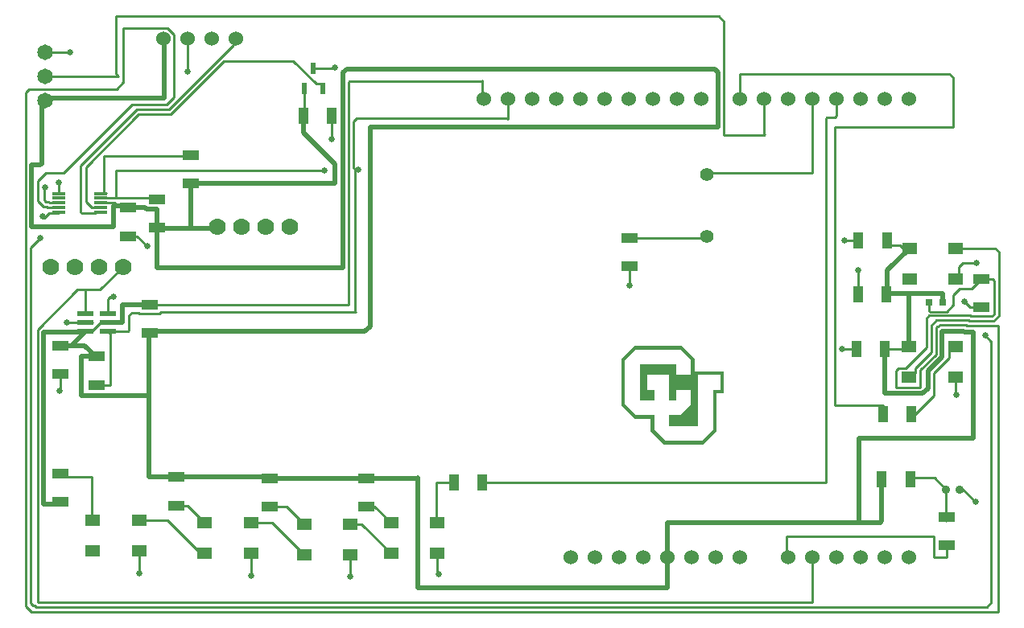
<source format=gtl>
G04*
G04 #@! TF.GenerationSoftware,Altium Limited,Altium Designer,21.6.4 (81)*
G04*
G04 Layer_Physical_Order=1*
G04 Layer_Color=255*
%FSLAX25Y25*%
%MOIN*%
G70*
G04*
G04 #@! TF.SameCoordinates,570C5102-FFD4-49C7-812D-166F0CB68569*
G04*
G04*
G04 #@! TF.FilePolarity,Positive*
G04*
G01*
G75*
%ADD13C,0.01000*%
%ADD15R,0.06200X0.04750*%
%ADD16R,0.07100X0.04400*%
%ADD17R,0.03150X0.03150*%
%ADD18R,0.04400X0.07100*%
G04:AMPARAMS|DCode=19|XSize=63.39mil|YSize=23.23mil|CornerRadius=2.9mil|HoleSize=0mil|Usage=FLASHONLY|Rotation=0.000|XOffset=0mil|YOffset=0mil|HoleType=Round|Shape=RoundedRectangle|*
%AMROUNDEDRECTD19*
21,1,0.06339,0.01742,0,0,0.0*
21,1,0.05758,0.02323,0,0,0.0*
1,1,0.00581,0.02879,-0.00871*
1,1,0.00581,-0.02879,-0.00871*
1,1,0.00581,-0.02879,0.00871*
1,1,0.00581,0.02879,0.00871*
%
%ADD19ROUNDEDRECTD19*%
%ADD20R,0.05709X0.01181*%
%ADD21R,0.05787X0.01181*%
G04:AMPARAMS|DCode=22|XSize=48.82mil|YSize=23.23mil|CornerRadius=5.81mil|HoleSize=0mil|Usage=FLASHONLY|Rotation=90.000|XOffset=0mil|YOffset=0mil|HoleType=Round|Shape=RoundedRectangle|*
%AMROUNDEDRECTD22*
21,1,0.04882,0.01161,0,0,90.0*
21,1,0.03720,0.02323,0,0,90.0*
1,1,0.01161,0.00581,0.01860*
1,1,0.01161,0.00581,-0.01860*
1,1,0.01161,-0.00581,-0.01860*
1,1,0.01161,-0.00581,0.01860*
%
%ADD22ROUNDEDRECTD22*%
%ADD37C,0.02000*%
%ADD38C,0.06000*%
%ADD39C,0.07000*%
%ADD40C,0.03543*%
%ADD41C,0.06496*%
%ADD42C,0.05543*%
%ADD43C,0.02500*%
G36*
X262199Y115807D02*
X275220D01*
Y115749D01*
X275279D01*
Y115691D01*
X275337D01*
Y115633D01*
X275395D01*
Y115575D01*
X275453D01*
Y115516D01*
X275511D01*
Y115458D01*
X275569D01*
Y115400D01*
X275627D01*
Y115342D01*
X275686D01*
Y115284D01*
X275744D01*
Y115226D01*
X275802D01*
Y115168D01*
X275860D01*
Y115110D01*
X275918D01*
Y115051D01*
X275976D01*
Y114993D01*
X276034D01*
Y114935D01*
X276093D01*
Y114877D01*
X276151D01*
Y114819D01*
X276209D01*
Y114761D01*
X276267D01*
Y114703D01*
X276325D01*
Y114645D01*
X276383D01*
Y114586D01*
X276441D01*
Y114528D01*
X276500D01*
Y114470D01*
X276558D01*
Y114412D01*
X276616D01*
Y114354D01*
X276674D01*
Y114296D01*
X276732D01*
Y114238D01*
X276790D01*
Y114180D01*
X276848D01*
Y114121D01*
X276906D01*
Y114063D01*
X276964D01*
Y114005D01*
X277023D01*
Y113947D01*
X277081D01*
Y113889D01*
X277139D01*
Y113831D01*
X277197D01*
Y113772D01*
X277255D01*
Y113714D01*
X277313D01*
Y113656D01*
X277372D01*
Y113598D01*
X277430D01*
Y113540D01*
X277488D01*
Y113482D01*
X277546D01*
Y113424D01*
X277604D01*
Y113366D01*
X277662D01*
Y113307D01*
X277720D01*
Y113249D01*
X277778D01*
Y113191D01*
X277836D01*
Y113133D01*
X277895D01*
Y113075D01*
X277953D01*
Y113017D01*
X278011D01*
Y112959D01*
X278069D01*
Y112900D01*
X278127D01*
Y112842D01*
X278185D01*
Y112784D01*
X278243D01*
Y112726D01*
X278302D01*
Y112668D01*
X278360D01*
Y112610D01*
X278418D01*
Y112552D01*
X278476D01*
Y112494D01*
X278534D01*
Y112435D01*
X278592D01*
Y112377D01*
X278650D01*
Y112319D01*
X278709D01*
Y112261D01*
X278767D01*
Y112203D01*
X278825D01*
Y112145D01*
X278883D01*
Y112087D01*
X278941D01*
Y112029D01*
X278999D01*
Y111970D01*
X279057D01*
Y111912D01*
X279116D01*
Y111854D01*
X279174D01*
Y111796D01*
X279232D01*
Y111738D01*
X279290D01*
Y111680D01*
X279348D01*
Y111622D01*
X279406D01*
Y111564D01*
X279464D01*
Y111505D01*
X279522D01*
Y111447D01*
X279580D01*
Y111389D01*
X279639D01*
Y111331D01*
X279697D01*
Y111273D01*
X279755D01*
Y111215D01*
X279813D01*
Y111156D01*
X279871D01*
Y111098D01*
X279929D01*
Y111040D01*
X279988D01*
Y110982D01*
X280046D01*
Y110924D01*
X280104D01*
Y110866D01*
X280162D01*
Y110808D01*
X280220D01*
Y110750D01*
X280278D01*
Y110691D01*
X280336D01*
Y110633D01*
X280394D01*
Y110575D01*
X280452D01*
Y110517D01*
X280511D01*
Y110459D01*
X280569D01*
Y110401D01*
X280627D01*
Y105227D01*
X292719D01*
Y96100D01*
X289754D01*
Y80288D01*
X289696D01*
Y80230D01*
X289638D01*
Y80172D01*
X289580D01*
Y80113D01*
X289521D01*
Y80055D01*
X289463D01*
Y79997D01*
X289405D01*
Y79939D01*
X289347D01*
Y79881D01*
X289289D01*
Y79823D01*
X289231D01*
Y79764D01*
X289173D01*
Y79706D01*
X289114D01*
Y79648D01*
X289056D01*
Y79590D01*
X288998D01*
Y79532D01*
X288940D01*
Y79474D01*
X288882D01*
Y79416D01*
X288824D01*
Y79358D01*
X288766D01*
Y79299D01*
X288707D01*
Y79241D01*
X288649D01*
Y79183D01*
X288591D01*
Y79125D01*
X288533D01*
Y79067D01*
X288475D01*
Y79009D01*
X288417D01*
Y78951D01*
X288359D01*
Y78892D01*
X288300D01*
Y78834D01*
X288242D01*
Y78776D01*
X288184D01*
Y78718D01*
X288126D01*
Y78660D01*
X288068D01*
Y78602D01*
X288010D01*
Y78544D01*
X287952D01*
Y78486D01*
X287894D01*
Y78427D01*
X287836D01*
Y78369D01*
X287777D01*
Y78311D01*
X287719D01*
Y78253D01*
X287661D01*
Y78195D01*
X287603D01*
Y78137D01*
X287545D01*
Y78079D01*
X287487D01*
Y78021D01*
X287428D01*
Y77962D01*
X287370D01*
Y77904D01*
X287312D01*
Y77846D01*
X287254D01*
Y77788D01*
X287196D01*
Y77730D01*
X287138D01*
Y77672D01*
X287080D01*
Y77614D01*
X287022D01*
Y77556D01*
X286964D01*
Y77497D01*
X286905D01*
Y77439D01*
X286847D01*
Y77381D01*
X286789D01*
Y77323D01*
X286731D01*
Y77265D01*
X286673D01*
Y77207D01*
X286615D01*
Y77148D01*
X286557D01*
Y77090D01*
X286498D01*
Y77032D01*
X286440D01*
Y76974D01*
X286382D01*
Y76916D01*
X286324D01*
Y76858D01*
X286266D01*
Y76800D01*
X286208D01*
Y76742D01*
X286150D01*
Y76683D01*
X286091D01*
Y76625D01*
X285975D01*
Y76567D01*
X285917D01*
Y76509D01*
X285859D01*
Y76451D01*
X285801D01*
Y76393D01*
X285743D01*
Y76335D01*
X285684D01*
Y76276D01*
X285626D01*
Y76218D01*
X285568D01*
Y76160D01*
X285510D01*
Y76102D01*
X285452D01*
Y76044D01*
X285394D01*
Y75986D01*
X285336D01*
Y75928D01*
X285278D01*
Y75870D01*
X285220D01*
Y75811D01*
X285161D01*
Y75753D01*
X285103D01*
Y75695D01*
X285045D01*
Y75637D01*
X284987D01*
Y75579D01*
X284929D01*
Y75521D01*
X284871D01*
Y75463D01*
X284812D01*
Y75405D01*
X284754D01*
Y75346D01*
X284696D01*
Y75288D01*
X284638D01*
Y75230D01*
X284580D01*
Y75172D01*
X284522D01*
Y75114D01*
X284464D01*
Y75056D01*
X284406D01*
Y74998D01*
X284348D01*
Y74940D01*
X284289D01*
Y74881D01*
X267838D01*
Y74940D01*
X267779D01*
Y74998D01*
X267721D01*
Y75056D01*
X267663D01*
Y75114D01*
X267605D01*
Y75172D01*
X267547D01*
Y75230D01*
X267489D01*
Y75288D01*
X267431D01*
Y75346D01*
X267372D01*
Y75405D01*
X267314D01*
Y75463D01*
X267256D01*
Y75521D01*
X267198D01*
Y75579D01*
X267140D01*
Y75637D01*
X267082D01*
Y75695D01*
X267024D01*
Y75753D01*
X266966D01*
Y75811D01*
X266908D01*
Y75870D01*
X266849D01*
Y75928D01*
X266791D01*
Y75986D01*
X266733D01*
Y76044D01*
X266675D01*
Y76102D01*
X266617D01*
Y76160D01*
X266559D01*
Y76218D01*
X266500D01*
Y76276D01*
X266442D01*
Y76335D01*
X266384D01*
Y76393D01*
X266326D01*
Y76451D01*
X266268D01*
Y76509D01*
X266152D01*
Y76567D01*
X266094D01*
Y76625D01*
X266036D01*
Y76683D01*
X265977D01*
Y76742D01*
X265919D01*
Y76800D01*
X265861D01*
Y76858D01*
X265803D01*
Y76916D01*
X265745D01*
Y76974D01*
X265687D01*
Y77032D01*
X265629D01*
Y77090D01*
X265570D01*
Y77148D01*
X265512D01*
Y77207D01*
X265454D01*
Y77265D01*
X265396D01*
Y77323D01*
X265338D01*
Y77381D01*
X265280D01*
Y77439D01*
X265222D01*
Y77497D01*
X265163D01*
Y77556D01*
X265105D01*
Y77614D01*
X265047D01*
Y77672D01*
X264989D01*
Y77730D01*
X264931D01*
Y77788D01*
X264873D01*
Y77846D01*
X264815D01*
Y77904D01*
X264756D01*
Y77962D01*
X264698D01*
Y78021D01*
X264640D01*
Y78079D01*
X264582D01*
Y78137D01*
X264524D01*
Y78195D01*
X264466D01*
Y78253D01*
X264408D01*
Y78311D01*
X264350D01*
Y78369D01*
X264292D01*
Y78427D01*
X264233D01*
Y78486D01*
X264175D01*
Y78544D01*
X264117D01*
Y78602D01*
X264059D01*
Y78660D01*
X264001D01*
Y78718D01*
X263943D01*
Y78776D01*
X263884D01*
Y78834D01*
X263826D01*
Y78892D01*
X263768D01*
Y78951D01*
X263710D01*
Y79009D01*
X263652D01*
Y79067D01*
X263594D01*
Y79125D01*
X263536D01*
Y79183D01*
X263478D01*
Y79241D01*
X263420D01*
Y79299D01*
X263361D01*
Y79358D01*
X263303D01*
Y79416D01*
X263245D01*
Y79474D01*
X263187D01*
Y79532D01*
X263129D01*
Y79590D01*
X263071D01*
Y79648D01*
X263013D01*
Y79706D01*
X262954D01*
Y79764D01*
X262896D01*
Y79823D01*
X262838D01*
Y79881D01*
X262780D01*
Y79939D01*
X262722D01*
Y79997D01*
X262664D01*
Y80055D01*
X262606D01*
Y80113D01*
X262547D01*
Y80172D01*
X262489D01*
Y80230D01*
X262431D01*
Y80288D01*
X262373D01*
Y85462D01*
X255688D01*
Y85520D01*
X255630D01*
Y85578D01*
X255572D01*
Y85636D01*
X255513D01*
Y85694D01*
X255455D01*
Y85752D01*
X255397D01*
Y85810D01*
X255339D01*
Y85869D01*
X255281D01*
Y85927D01*
X255223D01*
Y85985D01*
X255165D01*
Y86043D01*
X255106D01*
Y86101D01*
X255048D01*
Y86159D01*
X254990D01*
Y86217D01*
X254932D01*
Y86276D01*
X254874D01*
Y86334D01*
X254816D01*
Y86392D01*
X254758D01*
Y86450D01*
X254699D01*
Y86508D01*
X254641D01*
Y86566D01*
X254583D01*
Y86624D01*
X254525D01*
Y86682D01*
X254467D01*
Y86740D01*
X254409D01*
Y86799D01*
X254351D01*
Y86857D01*
X254292D01*
Y86915D01*
X254234D01*
Y86973D01*
X254176D01*
Y87031D01*
X254118D01*
Y87089D01*
X254060D01*
Y87147D01*
X254002D01*
Y87206D01*
X253944D01*
Y87264D01*
X253886D01*
Y87322D01*
X253828D01*
Y87380D01*
X253769D01*
Y87438D01*
X253711D01*
Y87496D01*
X253653D01*
Y87554D01*
X253595D01*
Y87612D01*
X253537D01*
Y87671D01*
X253479D01*
Y87729D01*
X253420D01*
Y87787D01*
X253362D01*
Y87845D01*
X253304D01*
Y87903D01*
X253246D01*
Y87961D01*
X253188D01*
Y88020D01*
X253130D01*
Y88078D01*
X253072D01*
Y88136D01*
X253014D01*
Y88194D01*
X252956D01*
Y88252D01*
X252897D01*
Y88310D01*
X252839D01*
Y88368D01*
X252781D01*
Y88426D01*
X252723D01*
Y88485D01*
X252665D01*
Y88543D01*
X252607D01*
Y88601D01*
X252549D01*
Y88659D01*
X252490D01*
Y88717D01*
X252432D01*
Y88775D01*
X252374D01*
Y88833D01*
X252316D01*
Y88892D01*
X252258D01*
Y88950D01*
X252200D01*
Y89008D01*
X252142D01*
Y89066D01*
X252083D01*
Y89124D01*
X252025D01*
Y89182D01*
X251967D01*
Y89240D01*
X251909D01*
Y89298D01*
X251851D01*
Y89356D01*
X251793D01*
Y89415D01*
X251735D01*
Y89473D01*
X251677D01*
Y89531D01*
X251618D01*
Y89589D01*
X251560D01*
Y89647D01*
X251502D01*
Y89705D01*
X251444D01*
Y89763D01*
X251386D01*
Y89822D01*
X251328D01*
Y89880D01*
X251270D01*
Y89938D01*
X251212D01*
Y89996D01*
X251153D01*
Y90054D01*
X251095D01*
Y90112D01*
X251037D01*
Y90170D01*
X250979D01*
Y90228D01*
X250921D01*
Y90287D01*
X250863D01*
Y90345D01*
X250804D01*
Y90403D01*
X250746D01*
Y90461D01*
X250688D01*
Y90519D01*
X250630D01*
Y90577D01*
X250572D01*
Y90636D01*
X250514D01*
Y90694D01*
X250456D01*
Y90752D01*
X250398D01*
Y90810D01*
X250340D01*
Y90868D01*
X250281D01*
Y110401D01*
X250340D01*
Y110459D01*
X250398D01*
Y110517D01*
X250456D01*
Y110575D01*
X250514D01*
Y110633D01*
X250572D01*
Y110691D01*
X250630D01*
Y110750D01*
X250688D01*
Y110808D01*
X250746D01*
Y110866D01*
X250804D01*
Y110924D01*
X250863D01*
Y110982D01*
X250921D01*
Y111040D01*
X250979D01*
Y111098D01*
X251037D01*
Y111156D01*
X251095D01*
Y111215D01*
X251153D01*
Y111273D01*
X251212D01*
Y111331D01*
X251270D01*
Y111389D01*
X251328D01*
Y111447D01*
X251386D01*
Y111505D01*
X251444D01*
Y111564D01*
X251502D01*
Y111622D01*
X251560D01*
Y111680D01*
X251618D01*
Y111738D01*
X251677D01*
Y111796D01*
X251735D01*
Y111854D01*
X251793D01*
Y111912D01*
X251851D01*
Y111970D01*
X251909D01*
Y112029D01*
X251967D01*
Y112087D01*
X252025D01*
Y112145D01*
X252083D01*
Y112203D01*
X252142D01*
Y112261D01*
X252200D01*
Y112319D01*
X252258D01*
Y112377D01*
X252316D01*
Y112435D01*
X252374D01*
Y112494D01*
X252432D01*
Y112552D01*
X252490D01*
Y112610D01*
X252549D01*
Y112668D01*
X252607D01*
Y112726D01*
X252665D01*
Y112784D01*
X252723D01*
Y112842D01*
X252781D01*
Y112900D01*
X252839D01*
Y112959D01*
X252897D01*
Y113017D01*
X252956D01*
Y113075D01*
X253014D01*
Y113133D01*
X253072D01*
Y113191D01*
X253130D01*
Y113249D01*
X253188D01*
Y113307D01*
X253246D01*
Y113366D01*
X253304D01*
Y113424D01*
X253362D01*
Y113482D01*
X253420D01*
Y113540D01*
X253479D01*
Y113598D01*
X253537D01*
Y113656D01*
X253595D01*
Y113714D01*
X253653D01*
Y113772D01*
X253711D01*
Y113831D01*
X253769D01*
Y113889D01*
X253828D01*
Y113947D01*
X253886D01*
Y114005D01*
X253944D01*
Y114063D01*
X254002D01*
Y114121D01*
X254060D01*
Y114180D01*
X254118D01*
Y114238D01*
X254176D01*
Y114296D01*
X254234D01*
Y114354D01*
X254292D01*
Y114412D01*
X254351D01*
Y114470D01*
X254409D01*
Y114528D01*
X254467D01*
Y114586D01*
X254525D01*
Y114645D01*
X254583D01*
Y114703D01*
X254641D01*
Y114761D01*
X254699D01*
Y114819D01*
X254758D01*
Y114877D01*
X254816D01*
Y114935D01*
X254874D01*
Y114993D01*
X254932D01*
Y115051D01*
X254990D01*
Y115110D01*
X255048D01*
Y115168D01*
X255106D01*
Y115226D01*
X255165D01*
Y115284D01*
X255223D01*
Y115342D01*
X255281D01*
Y115400D01*
X255339D01*
Y115458D01*
X255397D01*
Y115516D01*
X255455D01*
Y115575D01*
X255513D01*
Y115633D01*
X255572D01*
Y115691D01*
X255630D01*
Y115749D01*
X255688D01*
Y115807D01*
X262140D01*
X262199D01*
D02*
G37*
%LPC*%
G36*
X251793Y93019D02*
Y91508D01*
X251851D01*
Y91449D01*
X251909D01*
Y91391D01*
X251967D01*
Y91333D01*
X252025D01*
Y91275D01*
X252083D01*
Y91217D01*
X252142D01*
Y91159D01*
X252200D01*
Y91101D01*
X252258D01*
Y91042D01*
X252316D01*
Y90984D01*
X252374D01*
Y90926D01*
X252432D01*
Y90868D01*
X252490D01*
Y90810D01*
X252549D01*
Y90752D01*
X252607D01*
Y90694D01*
X252665D01*
Y90636D01*
X252723D01*
Y90577D01*
X252781D01*
Y90519D01*
X252839D01*
Y90461D01*
X252897D01*
Y90403D01*
X252956D01*
Y90345D01*
X253014D01*
Y90287D01*
X253072D01*
Y90228D01*
X253130D01*
Y90170D01*
X253188D01*
Y90112D01*
X253246D01*
Y90054D01*
X253304D01*
Y89996D01*
X253362D01*
Y89938D01*
X253420D01*
Y89880D01*
X253479D01*
Y89822D01*
X253537D01*
Y89763D01*
X253595D01*
Y89705D01*
X253653D01*
Y89647D01*
X253711D01*
Y89589D01*
X253769D01*
Y89531D01*
X253828D01*
Y89473D01*
X253886D01*
Y89415D01*
X253944D01*
Y89356D01*
X254002D01*
Y89298D01*
X254060D01*
Y89240D01*
X254118D01*
Y89182D01*
X254176D01*
Y89124D01*
X254234D01*
Y89066D01*
X254292D01*
Y89008D01*
X254351D01*
Y88950D01*
X254409D01*
Y88892D01*
X254467D01*
Y88833D01*
X254525D01*
Y88775D01*
X254583D01*
Y88717D01*
X254641D01*
Y88659D01*
X254699D01*
Y88601D01*
X254758D01*
Y88543D01*
X254816D01*
Y88485D01*
X254874D01*
Y88426D01*
X254932D01*
Y88368D01*
X254990D01*
Y88310D01*
X255048D01*
Y88252D01*
X255106D01*
Y88194D01*
X255165D01*
Y88136D01*
X255223D01*
Y88078D01*
X255281D01*
Y88020D01*
X255339D01*
Y87961D01*
X255397D01*
Y87903D01*
X255455D01*
Y87845D01*
X255513D01*
Y87787D01*
X255572D01*
Y87729D01*
X255630D01*
Y87671D01*
X255688D01*
Y87612D01*
X255746D01*
Y87554D01*
X255804D01*
Y87496D01*
X255862D01*
Y87438D01*
X255920D01*
Y87380D01*
X255978D01*
Y87322D01*
X256036D01*
Y87264D01*
X256095D01*
Y87206D01*
X256153D01*
Y87147D01*
X256211D01*
Y87089D01*
X256269D01*
Y87031D01*
X256327D01*
Y86973D01*
X263884D01*
Y80927D01*
X263943D01*
Y80869D01*
X264001D01*
Y80811D01*
X264059D01*
Y80753D01*
X264117D01*
Y80695D01*
X264175D01*
Y80637D01*
X264233D01*
Y80578D01*
X264292D01*
Y80520D01*
X264350D01*
Y80462D01*
X264408D01*
Y80404D01*
X264466D01*
Y80346D01*
X264524D01*
Y80288D01*
X264582D01*
Y80230D01*
X264640D01*
Y80172D01*
X264698D01*
Y80113D01*
X264756D01*
Y80055D01*
X264815D01*
Y79997D01*
X264873D01*
Y79939D01*
X264931D01*
Y79881D01*
X264989D01*
Y79823D01*
X265047D01*
Y79764D01*
X265105D01*
Y79706D01*
X265163D01*
Y79648D01*
X265222D01*
Y79590D01*
X265280D01*
Y79532D01*
X265338D01*
Y79474D01*
X265396D01*
Y79416D01*
X265454D01*
Y79358D01*
X265512D01*
Y79299D01*
X265570D01*
Y79241D01*
X265629D01*
Y79183D01*
X265687D01*
Y79125D01*
X265745D01*
Y79067D01*
X265803D01*
Y79009D01*
X265861D01*
Y78951D01*
X265919D01*
Y78892D01*
X265977D01*
Y78834D01*
X266036D01*
Y78776D01*
X266094D01*
Y78718D01*
X266152D01*
Y78660D01*
X266210D01*
Y78602D01*
X266268D01*
Y78544D01*
X266326D01*
Y78486D01*
X266384D01*
Y78427D01*
X266442D01*
Y78369D01*
X266500D01*
Y78311D01*
X266559D01*
Y78253D01*
X266617D01*
Y78195D01*
X266675D01*
Y78137D01*
X266733D01*
Y78079D01*
X266791D01*
Y78021D01*
X266849D01*
Y77962D01*
X266908D01*
Y77904D01*
X266966D01*
Y77846D01*
X267024D01*
Y77788D01*
X267082D01*
Y77730D01*
X267140D01*
Y77672D01*
X267198D01*
Y77614D01*
X267256D01*
Y77556D01*
X267314D01*
Y77497D01*
X267372D01*
Y77439D01*
X267431D01*
Y77381D01*
X267489D01*
Y77323D01*
X267547D01*
Y77265D01*
X267663D01*
Y77207D01*
X267721D01*
Y77148D01*
X267779D01*
Y77090D01*
X267838D01*
Y77032D01*
X267896D01*
Y76974D01*
X267954D01*
Y76916D01*
X268012D01*
Y76858D01*
X268070D01*
Y76800D01*
X268128D01*
Y76742D01*
X268186D01*
Y76683D01*
X268245D01*
Y76625D01*
X268303D01*
Y76567D01*
X268361D01*
Y76509D01*
X268419D01*
Y76451D01*
X268477D01*
Y76393D01*
X283650D01*
Y76451D01*
X283708D01*
Y76509D01*
X283766D01*
Y76567D01*
X283824D01*
Y76625D01*
X283882D01*
Y76683D01*
X283941D01*
Y76742D01*
X283999D01*
Y76800D01*
X284057D01*
Y76858D01*
X284115D01*
Y76916D01*
X284173D01*
Y76974D01*
X284231D01*
Y77032D01*
X284289D01*
Y77090D01*
X284348D01*
Y77148D01*
X284406D01*
Y77207D01*
X284464D01*
Y77265D01*
X284522D01*
Y77323D01*
X284580D01*
Y77381D01*
X284696D01*
Y77439D01*
X284754D01*
Y77497D01*
X284812D01*
Y77556D01*
X284871D01*
Y77614D01*
X284929D01*
Y77672D01*
X284987D01*
Y77730D01*
X285045D01*
Y77788D01*
X285103D01*
Y77846D01*
X285161D01*
Y77904D01*
X285220D01*
Y77962D01*
X285278D01*
Y78021D01*
X285336D01*
Y78079D01*
X285394D01*
Y78137D01*
X285452D01*
Y78195D01*
X285510D01*
Y78253D01*
X285568D01*
Y78311D01*
X285626D01*
Y78369D01*
X285684D01*
Y78427D01*
X285743D01*
Y78486D01*
X285801D01*
Y78544D01*
X285859D01*
Y78602D01*
X285917D01*
Y78660D01*
X285975D01*
Y78718D01*
X286033D01*
Y78776D01*
X286091D01*
Y78834D01*
X286150D01*
Y78892D01*
X286208D01*
Y78951D01*
X286266D01*
Y79009D01*
X286324D01*
Y79067D01*
X286382D01*
Y79125D01*
X286440D01*
Y79183D01*
X286498D01*
Y79241D01*
X286557D01*
Y79299D01*
X286615D01*
Y79358D01*
X286673D01*
Y79416D01*
X286731D01*
Y79474D01*
X286789D01*
Y79532D01*
X286847D01*
Y79590D01*
X286905D01*
Y79648D01*
X286964D01*
Y79706D01*
X287022D01*
Y79764D01*
X287080D01*
Y79823D01*
X287138D01*
Y79881D01*
X287196D01*
Y79939D01*
X287254D01*
Y79997D01*
X287312D01*
Y80055D01*
X287370D01*
Y80113D01*
X287428D01*
Y80172D01*
X287487D01*
Y80230D01*
X287545D01*
Y80288D01*
X287603D01*
Y80346D01*
X287661D01*
Y80404D01*
X287719D01*
Y80462D01*
X287777D01*
Y80520D01*
X287836D01*
Y80578D01*
X287894D01*
Y80637D01*
X287952D01*
Y80695D01*
X288010D01*
Y80753D01*
X288068D01*
Y80811D01*
X288126D01*
Y80869D01*
X288184D01*
Y80927D01*
X288242D01*
Y97611D01*
X291207D01*
Y103716D01*
X282080D01*
Y82497D01*
X269988D01*
Y86973D01*
X274581D01*
Y87031D01*
X274639D01*
Y87089D01*
X274697D01*
Y87147D01*
X274756D01*
Y87206D01*
X274814D01*
Y87264D01*
X274872D01*
Y87322D01*
X274930D01*
Y87380D01*
X274988D01*
Y87438D01*
X275046D01*
Y87496D01*
X275104D01*
Y87554D01*
X275162D01*
Y87612D01*
X275220D01*
Y87671D01*
X275279D01*
Y87729D01*
X275337D01*
Y87787D01*
X275395D01*
Y87845D01*
X275453D01*
Y87903D01*
X275511D01*
Y87961D01*
X275569D01*
Y88020D01*
X275627D01*
Y88078D01*
X275686D01*
Y88136D01*
X275744D01*
Y88194D01*
X275802D01*
Y88252D01*
X275860D01*
Y88310D01*
X275918D01*
Y88368D01*
X275976D01*
Y88426D01*
X276034D01*
Y88485D01*
X276093D01*
Y88543D01*
X276151D01*
Y88601D01*
X276209D01*
Y88659D01*
X276267D01*
Y88717D01*
X276325D01*
Y88775D01*
X276383D01*
Y88833D01*
X276441D01*
Y88892D01*
X276500D01*
Y88950D01*
X276558D01*
Y89008D01*
X276616D01*
Y89066D01*
X276674D01*
Y89124D01*
X276732D01*
Y89182D01*
X276790D01*
Y89240D01*
X276848D01*
Y89298D01*
X276906D01*
Y89356D01*
X276964D01*
Y89415D01*
X277023D01*
Y89473D01*
X277081D01*
Y89531D01*
X277139D01*
Y89589D01*
X277197D01*
Y89647D01*
X277255D01*
Y89705D01*
X277313D01*
Y89763D01*
X277372D01*
Y89822D01*
X277430D01*
Y89880D01*
X277488D01*
Y89938D01*
X277546D01*
Y89996D01*
X277604D01*
Y90054D01*
X277662D01*
Y90112D01*
X277720D01*
Y90170D01*
X277778D01*
Y90228D01*
X277836D01*
Y90287D01*
X277895D01*
Y90345D01*
X277953D01*
Y90403D01*
X278011D01*
Y90461D01*
X278069D01*
Y90519D01*
X278127D01*
Y90577D01*
X278185D01*
Y90636D01*
X278243D01*
Y90694D01*
X278302D01*
Y90752D01*
X278360D01*
Y90810D01*
X278418D01*
Y90868D01*
X278476D01*
Y90926D01*
X278534D01*
Y90984D01*
X278592D01*
Y91042D01*
X278650D01*
Y91101D01*
X278709D01*
Y91159D01*
X278767D01*
Y91217D01*
X278825D01*
Y91275D01*
X278883D01*
Y91333D01*
X278941D01*
Y91391D01*
X278999D01*
Y91449D01*
X279057D01*
Y91508D01*
X279116D01*
Y97611D01*
X273011D01*
Y93077D01*
X270047D01*
Y93135D01*
X269988D01*
Y103716D01*
X260920D01*
Y97611D01*
X263884D01*
Y93077D01*
X257897D01*
Y93135D01*
X257839D01*
Y108192D01*
X257897D01*
Y108250D01*
X273011D01*
Y103657D01*
X279116D01*
Y109761D01*
X279057D01*
Y109819D01*
X278999D01*
Y109878D01*
X278941D01*
Y109936D01*
X278883D01*
Y109994D01*
X278825D01*
Y110052D01*
X278767D01*
Y110110D01*
X278709D01*
Y110168D01*
X278650D01*
Y110226D01*
X278592D01*
Y110284D01*
X278534D01*
Y110343D01*
X278476D01*
Y110401D01*
X278418D01*
Y110459D01*
X278360D01*
Y110517D01*
X278302D01*
Y110575D01*
X278243D01*
Y110633D01*
X278185D01*
Y110691D01*
X278127D01*
Y110750D01*
X278069D01*
Y110808D01*
X278011D01*
Y110866D01*
X277953D01*
Y110924D01*
X277895D01*
Y110982D01*
X277836D01*
Y111040D01*
X277778D01*
Y111098D01*
X277720D01*
Y111156D01*
X277662D01*
Y111215D01*
X277604D01*
Y111273D01*
X277546D01*
Y111331D01*
X277488D01*
Y111389D01*
X277430D01*
Y111447D01*
X277372D01*
Y111505D01*
X277313D01*
Y111564D01*
X277255D01*
Y111622D01*
X277197D01*
Y111680D01*
X277139D01*
Y111738D01*
X277081D01*
Y111796D01*
X277023D01*
Y111854D01*
X276964D01*
Y111912D01*
X276906D01*
Y111970D01*
X276848D01*
Y112029D01*
X276790D01*
Y112087D01*
X276732D01*
Y112145D01*
X276674D01*
Y112203D01*
X276616D01*
Y112261D01*
X276558D01*
Y112319D01*
X276500D01*
Y112377D01*
X276441D01*
Y112435D01*
X276383D01*
Y112494D01*
X276325D01*
Y112552D01*
X276267D01*
Y112610D01*
X276209D01*
Y112668D01*
X276151D01*
Y112726D01*
X276093D01*
Y112784D01*
X276034D01*
Y112842D01*
X275976D01*
Y112900D01*
X275918D01*
Y112959D01*
X275860D01*
Y113017D01*
X275802D01*
Y113075D01*
X275744D01*
Y113133D01*
X275686D01*
Y113191D01*
X275627D01*
Y113249D01*
X275569D01*
Y113307D01*
X275511D01*
Y113366D01*
X275453D01*
Y113424D01*
X275395D01*
Y113482D01*
X275337D01*
Y113540D01*
X275279D01*
Y113598D01*
X275220D01*
Y113656D01*
X275162D01*
Y113714D01*
X275104D01*
Y113772D01*
X275046D01*
Y113831D01*
X274988D01*
Y113889D01*
X274930D01*
Y113947D01*
X274872D01*
Y114005D01*
X274814D01*
Y114063D01*
X274756D01*
Y114121D01*
X274697D01*
Y114180D01*
X274639D01*
Y114238D01*
X274581D01*
Y114296D01*
X256327D01*
Y114238D01*
X256269D01*
Y114180D01*
X256211D01*
Y114121D01*
X256153D01*
Y114063D01*
X256095D01*
Y114005D01*
X256036D01*
Y113947D01*
X255978D01*
Y113889D01*
X255920D01*
Y113831D01*
X255862D01*
Y113772D01*
X255804D01*
Y113714D01*
X255746D01*
Y113656D01*
X255688D01*
Y113598D01*
X255630D01*
Y113540D01*
X255572D01*
Y113482D01*
X255513D01*
Y113424D01*
X255455D01*
Y113366D01*
X255397D01*
Y113307D01*
X255339D01*
Y113249D01*
X255281D01*
Y113191D01*
X255223D01*
Y113133D01*
X255165D01*
Y113075D01*
X255106D01*
Y113017D01*
X255048D01*
Y112959D01*
X254990D01*
Y112900D01*
X254932D01*
Y112842D01*
X254874D01*
Y112784D01*
X254816D01*
Y112726D01*
X254758D01*
Y112668D01*
X254699D01*
Y112610D01*
X254641D01*
Y112552D01*
X254583D01*
Y112494D01*
X254525D01*
Y112435D01*
X254467D01*
Y112377D01*
X254409D01*
Y112319D01*
X254351D01*
Y112261D01*
X254292D01*
Y112203D01*
X254234D01*
Y112145D01*
X254176D01*
Y112087D01*
X254118D01*
Y112029D01*
X254002D01*
Y111970D01*
X253944D01*
Y111912D01*
X253886D01*
Y111854D01*
X253828D01*
Y111796D01*
X253769D01*
Y111738D01*
X253711D01*
Y111680D01*
X253653D01*
Y111622D01*
X253595D01*
Y111564D01*
X253537D01*
Y111505D01*
X253479D01*
Y111447D01*
X253420D01*
Y111389D01*
X253362D01*
Y111331D01*
X253304D01*
Y111273D01*
X253246D01*
Y111215D01*
X253188D01*
Y111156D01*
X253130D01*
Y111098D01*
X253072D01*
Y111040D01*
X253014D01*
Y110982D01*
X252956D01*
Y110924D01*
X252897D01*
Y110866D01*
X252839D01*
Y110808D01*
X252781D01*
Y110750D01*
X252723D01*
Y110691D01*
X252665D01*
Y110633D01*
X252607D01*
Y110575D01*
X252549D01*
Y110517D01*
X252490D01*
Y110459D01*
X252432D01*
Y110401D01*
X252374D01*
Y110343D01*
X252316D01*
Y110284D01*
X252258D01*
Y110226D01*
X252200D01*
Y110168D01*
X252142D01*
Y110110D01*
X252083D01*
Y110052D01*
X252025D01*
Y109994D01*
X251967D01*
Y109936D01*
X251909D01*
Y109878D01*
X251851D01*
Y109819D01*
X251793D01*
Y93077D01*
Y93019D01*
D02*
G37*
%LPD*%
D13*
X379605Y28100D02*
Y36900D01*
X365600D02*
X379605D01*
Y28100D02*
X384996D01*
X385000Y28096D01*
X329300Y9500D02*
Y28100D01*
X8700Y9500D02*
X329300D01*
X401500Y7500D02*
X403437Y9437D01*
X320128Y7500D02*
X401500D01*
X318700Y28700D02*
X319300Y28100D01*
X318700Y28700D02*
Y36700D01*
X382800Y32500D02*
X385000Y34700D01*
X318700Y36700D02*
X365600Y36900D01*
X54900Y132900D02*
X137300D01*
X54500Y121100D02*
X55053Y121653D01*
X140200Y188700D02*
X141200D01*
X59771Y129800D02*
X140188D01*
X139400Y189500D02*
X140200Y188700D01*
X140000Y129988D02*
Y188500D01*
X139400Y189500D02*
Y208900D01*
X140000Y188500D02*
X140200Y188700D01*
X403437Y9437D02*
Y117463D01*
X400900Y120000D02*
X403437Y117463D01*
X63892Y212000D02*
X85592Y233700D01*
X114485D02*
X123839Y224346D01*
X85592Y233700D02*
X114485D01*
X63692Y211800D02*
X63892Y212000D01*
X50472Y211800D02*
X63692D01*
X28600Y189928D02*
X50472Y211800D01*
X28600Y175456D02*
Y189928D01*
Y175456D02*
X31056Y173000D01*
X26759Y170941D02*
X32500D01*
X26400Y171300D02*
Y190557D01*
Y171300D02*
X26759Y170941D01*
X26400Y190557D02*
X49643Y213800D01*
X342900Y159400D02*
X348400D01*
X342700Y159600D02*
X342900Y159400D01*
X406300Y5500D02*
Y124000D01*
X393372D02*
X406300D01*
X6000Y5500D02*
X406300D01*
X6700Y8000D02*
X7372D01*
X7872Y7500D01*
X320128D01*
X3700Y7800D02*
X6000Y5500D01*
X3700Y7800D02*
Y163865D01*
X8700Y9500D02*
Y48765D01*
X10375Y168875D02*
X11410D01*
X8500Y122435D02*
X25057Y138992D01*
X8500Y48965D02*
X8700Y48765D01*
X8500Y48965D02*
Y122435D01*
X25057Y138992D02*
X28492D01*
X5700Y9000D02*
X6700Y8000D01*
X5700Y9000D02*
Y156400D01*
X364000Y98500D02*
Y105500D01*
X381564Y123900D02*
X381964Y124300D01*
X364000Y98500D02*
X374000D01*
Y105707D01*
X380500Y112207D01*
Y123314D02*
X381086Y123900D01*
X380500Y112207D02*
Y123314D01*
X381086Y123900D02*
X381564D01*
X3700Y191835D02*
Y220862D01*
X5086Y222248D01*
X3600Y163964D02*
Y191735D01*
Y163964D02*
X3700Y163865D01*
X3600Y191735D02*
X3700Y191835D01*
X5086Y222248D02*
X41248D01*
X5700Y156400D02*
X9800Y160500D01*
X8600Y175957D02*
Y184014D01*
Y175957D02*
X11057Y173500D01*
X12257D01*
X11886Y175500D02*
X13085D01*
X13585Y175000D01*
X11300Y176086D02*
X11886Y175500D01*
X12757Y173000D02*
X17339D01*
X12257Y173500D02*
X12757Y173000D01*
X13585Y175000D02*
X17339D01*
X11300Y176086D02*
Y180800D01*
X10375Y168875D02*
X10600Y169100D01*
Y169500D01*
X11410Y168875D02*
X13435Y170900D01*
X17300D01*
X50600Y22400D02*
X51000Y22000D01*
X17339Y178937D02*
Y183439D01*
X11300Y180800D02*
X11800Y181300D01*
X389978Y148500D02*
X391578Y150100D01*
X397300D01*
X389978Y144728D02*
Y148500D01*
X137300Y132900D02*
Y225178D01*
X137711Y225589D02*
X192689D01*
X137300Y225178D02*
X137711Y225589D01*
X41100Y188500D02*
X127200D01*
X140000Y129988D02*
X140188Y129800D01*
X367050Y156150D02*
X369500D01*
X360700Y157500D02*
X365700D01*
X367050Y156150D01*
X360000Y158200D02*
X360700Y157500D01*
X406500Y128057D02*
Y154722D01*
X388700Y156150D02*
X405072D01*
X406500Y154722D01*
X395275Y139575D02*
X399200Y143500D01*
X390389Y139575D02*
X395275D01*
X377547Y130486D02*
Y133724D01*
X387645Y136830D02*
X390389Y139575D01*
X387645Y132645D02*
Y136830D01*
X378133Y129900D02*
X384900D01*
X388700Y143450D02*
X389978Y144728D01*
X384900Y129900D02*
X387645Y132645D01*
X377547Y130486D02*
X378133Y129900D01*
X394700Y131700D02*
X399200D01*
X392400Y134000D02*
X394700Y131700D01*
X380657Y126300D02*
X393900D01*
X394200Y126000D02*
X404443D01*
X406500Y128057D01*
X381964Y124300D02*
X393072D01*
X377657Y128300D02*
X394729D01*
X376500Y127143D02*
X377657Y128300D01*
X395029Y128000D02*
X403614D01*
X394729Y128300D02*
X395029Y128000D01*
X403614D02*
X404500Y128886D01*
X393072Y124300D02*
X393372Y124000D01*
X378500Y113036D02*
Y124143D01*
X393900Y126300D02*
X394200Y126000D01*
X404500Y128886D02*
Y142900D01*
X378500Y124143D02*
X380657Y126300D01*
X376500Y115000D02*
Y127143D01*
X374000Y112500D02*
X376500Y115000D01*
X374000Y112354D02*
Y112500D01*
X373121Y111475D02*
X374000Y112354D01*
X403900Y143500D02*
X404500Y142900D01*
X399200Y143500D02*
X403900D01*
X253750Y140750D02*
X254000Y140500D01*
X253500Y141000D02*
X253750Y140750D01*
X28492Y125508D02*
X31226D01*
X20508D02*
X28492D01*
X385000Y28096D02*
Y33100D01*
X287000Y187591D02*
X329300D01*
Y218100D01*
X292800Y203200D02*
X309200D01*
X309300Y203700D02*
Y218100D01*
X309200Y203200D02*
X309500Y203500D01*
X292800Y203200D02*
Y250200D01*
X309300Y203700D02*
X309500Y203500D01*
X290500Y252500D02*
X292800Y250200D01*
X299300Y228500D02*
X303500D01*
X299300Y226300D02*
Y228500D01*
Y218100D02*
Y226300D01*
X335486Y210500D02*
X338647D01*
X339300Y211153D01*
Y214700D01*
Y218100D01*
X203200Y218000D02*
X203300Y218100D01*
X203200Y209900D02*
Y218000D01*
X203100Y210000D02*
X203200Y209900D01*
X140500Y210000D02*
X203100D01*
X192800Y218600D02*
X193300Y218100D01*
X192800Y218600D02*
Y225700D01*
X192689Y225589D02*
X192800Y225700D01*
X41100Y176969D02*
Y188500D01*
X41100Y188500D01*
X335000Y59000D02*
Y210014D01*
X335486Y210500D01*
X192800Y59000D02*
X335000D01*
X46400Y122100D02*
Y128400D01*
X46068Y121768D02*
X46400Y122100D01*
X37508Y121768D02*
X46068D01*
X34972Y174969D02*
X40500D01*
X41100Y176969D02*
X57531D01*
X58000Y176500D01*
X35800Y176969D02*
X41100D01*
X34940Y175000D02*
X34972Y174969D01*
X34661Y175000D02*
X34940D01*
X8600Y184014D02*
X12086Y187500D01*
X9800Y190700D02*
X10300Y191200D01*
X47600Y215800D02*
X62036D01*
X12086Y187500D02*
X19300D01*
X47600Y215800D01*
X36000Y179059D02*
X37000D01*
X49643Y213800D02*
X62864D01*
X36000Y179059D02*
Y194500D01*
X72000D01*
X371056Y86555D02*
X379700Y95200D01*
Y104336D02*
X386000Y110636D01*
X379700Y95200D02*
Y104336D01*
X386000Y110636D02*
Y113475D01*
X372000Y104525D02*
Y106535D01*
X378500Y113036D01*
X366000Y106525D02*
X368050D01*
X373000Y111475D02*
X373121D01*
X368050Y106525D02*
X373000Y111475D01*
X41000Y252500D02*
X290500D01*
X41000Y228500D02*
Y252500D01*
X31056Y173000D02*
X33000D01*
X89543Y240479D02*
Y242043D01*
X65000Y218764D02*
Y244864D01*
X62036Y215800D02*
X65000Y218764D01*
X62864Y213800D02*
X89543Y240479D01*
Y242043D02*
X90500Y243000D01*
X62364Y247500D02*
X65000Y244864D01*
X44000Y247500D02*
X62364D01*
X139400Y208900D02*
X140500Y210000D01*
X125845Y224346D02*
X126500Y223691D01*
Y222500D02*
Y223691D01*
X123839Y224346D02*
X125845D01*
X47500Y129500D02*
X50329D01*
X50729Y129100D02*
X59071D01*
X59771Y129800D01*
X46400Y128400D02*
X47500Y129500D01*
X50329D02*
X50729Y129100D01*
X31034Y121768D02*
X34766Y125500D01*
X36008Y125508D02*
X37508D01*
X34766Y125500D02*
X36000D01*
X36008Y125508D01*
X28492Y121768D02*
X31034D01*
X386000Y228500D02*
X387500Y227000D01*
X338500Y91000D02*
X358500D01*
X338500D02*
Y206500D01*
X387500D01*
Y227000D01*
X303500Y228500D02*
X386000Y228500D01*
X20500Y125500D02*
X20508Y125508D01*
X82350Y164350D02*
X83000Y165000D01*
X28492Y138992D02*
X34492D01*
X44000Y148500D01*
X49800Y161200D02*
X54000Y157000D01*
X46000Y161200D02*
X49800D01*
X341500Y114500D02*
X347600D01*
X58000Y164700D02*
X58350Y164350D01*
X33000Y99600D02*
X38500D01*
X386000Y113475D02*
X387875Y115350D01*
X388600D01*
X371056Y86555D02*
X371056D01*
X165900Y60900D02*
X166000Y61000D01*
X358000Y60400D02*
X358100Y60500D01*
X357500Y42500D02*
X358000Y43000D01*
X391772Y56228D02*
X396500Y51500D01*
X390256Y56228D02*
X391772D01*
X379972Y61000D02*
X384744Y56228D01*
X370743Y61000D02*
X379972D01*
X384744Y43256D02*
Y56228D01*
X18000Y97500D02*
Y104100D01*
X17500Y97000D02*
X18000Y97500D01*
X253500Y141000D02*
Y148700D01*
X285500Y161000D02*
X287000Y162500D01*
X253500Y160500D02*
X285500D01*
X41000Y228500D02*
X42000Y227500D01*
X44000Y225000D02*
Y247500D01*
X41248Y222248D02*
X44000Y225000D01*
X130400Y201600D02*
X130500Y201500D01*
X130400Y201600D02*
Y211000D01*
X131308Y230808D02*
X131500Y231000D01*
X122760Y230808D02*
X131308D01*
X118600Y211000D02*
X119020Y211420D01*
Y222500D01*
X11500Y227500D02*
X42000D01*
X18280Y171004D02*
X18339Y171063D01*
X28492Y129248D02*
Y138992D01*
X369400Y102650D02*
X370125D01*
X372000Y104525D01*
X364000Y105500D02*
X365000Y106500D01*
X365975D02*
X366000Y106525D01*
X365000Y106500D02*
X365975D01*
X388600Y95900D02*
Y102650D01*
Y95900D02*
X389000Y95500D01*
X368550Y114500D02*
X369400Y115350D01*
X359400Y114500D02*
X368550D01*
X348200Y147000D02*
X348300Y146900D01*
Y137000D02*
Y146900D01*
X173500Y42950D02*
X174100Y42350D01*
X173500Y59000D02*
X181000D01*
X173500Y42950D02*
Y59000D01*
X30850Y43900D02*
Y61400D01*
X18500D02*
X30850D01*
Y43900D02*
X31400Y43350D01*
X148150Y49100D02*
X154900Y42350D01*
X144500Y49100D02*
X148150D01*
X70700Y49600D02*
X77800Y42500D01*
X66000Y49600D02*
X70700D01*
X111650Y49100D02*
X118900Y41850D01*
X104500Y49100D02*
X111650D01*
X104000Y61400D02*
X104500Y60900D01*
X75900Y29800D02*
X77800D01*
X50600Y43350D02*
X62350D01*
X75900Y29800D01*
X142700Y41850D02*
X154900Y29650D01*
X138100Y41850D02*
X142700D01*
X105550Y42500D02*
X118900Y29150D01*
X97000Y42500D02*
X105550D01*
X138100Y20100D02*
Y29150D01*
X138000Y20000D02*
X138100Y20100D01*
X174100Y21400D02*
Y29650D01*
Y21400D02*
X174500Y21000D01*
X97000Y20500D02*
Y29800D01*
X50600Y22400D02*
Y30650D01*
X35079Y129248D02*
X37508D01*
X38500Y136000D02*
X40000D01*
X37508Y135008D02*
X38500Y136000D01*
X37508Y129248D02*
Y135008D01*
Y121768D02*
X38500Y120776D01*
Y99600D02*
Y120776D01*
X28124Y121400D02*
X28492Y121768D01*
X70500Y229500D02*
Y243000D01*
X11500Y237500D02*
X22000D01*
D15*
X369400Y102650D02*
D03*
X388600D02*
D03*
X369400Y115350D02*
D03*
X388600D02*
D03*
X154900Y29650D02*
D03*
X174100D02*
D03*
X154900Y42350D02*
D03*
X174100D02*
D03*
X118900Y29150D02*
D03*
X138100D02*
D03*
X118900Y41850D02*
D03*
X138100D02*
D03*
X77800Y29800D02*
D03*
X97000D02*
D03*
X77800Y42500D02*
D03*
X97000D02*
D03*
X50600Y43350D02*
D03*
X31400D02*
D03*
X50600Y30650D02*
D03*
X31400D02*
D03*
X369500Y143450D02*
D03*
X388700D02*
D03*
X369500Y156150D02*
D03*
X388700D02*
D03*
D16*
X58000Y176500D02*
D03*
Y164700D02*
D03*
X54900Y132800D02*
D03*
Y121000D02*
D03*
X72000Y194900D02*
D03*
Y183100D02*
D03*
X253500Y160500D02*
D03*
Y148700D02*
D03*
X399200Y131700D02*
D03*
Y143500D02*
D03*
X33000Y99600D02*
D03*
Y111400D02*
D03*
X144500Y60900D02*
D03*
Y49100D02*
D03*
X104500Y60900D02*
D03*
Y49100D02*
D03*
X18000Y51100D02*
D03*
Y62900D02*
D03*
X66000Y49600D02*
D03*
Y61400D02*
D03*
X46000Y173000D02*
D03*
Y161200D02*
D03*
X385000Y33100D02*
D03*
Y44900D02*
D03*
X18000Y104100D02*
D03*
Y115900D02*
D03*
D17*
X377547Y133724D02*
D03*
X383453D02*
D03*
D18*
X359400Y114500D02*
D03*
X347600D02*
D03*
X360200Y159400D02*
D03*
X348400D02*
D03*
X181000Y59000D02*
D03*
X192800D02*
D03*
X370400Y87500D02*
D03*
X358600D02*
D03*
X369900Y60500D02*
D03*
X358100D02*
D03*
X360100Y137000D02*
D03*
X348300D02*
D03*
X130400Y211000D02*
D03*
X118600D02*
D03*
D19*
X28492Y129248D02*
D03*
Y125508D02*
D03*
Y121768D02*
D03*
X37508D02*
D03*
Y125508D02*
D03*
Y129248D02*
D03*
D20*
X17339Y178937D02*
D03*
D21*
Y176969D02*
D03*
Y175000D02*
D03*
Y173031D02*
D03*
Y171063D02*
D03*
X34661D02*
D03*
Y173031D02*
D03*
Y175000D02*
D03*
Y176969D02*
D03*
Y178937D02*
D03*
D22*
X119020Y222500D02*
D03*
X126500D02*
D03*
X122760Y230808D02*
D03*
D37*
X269300Y15500D02*
X269400Y15400D01*
X269300Y15500D02*
Y28100D01*
X43500Y132900D02*
X54900D01*
X54500Y95000D02*
Y121100D01*
X11000Y50000D02*
X19632D01*
X166000Y15400D02*
X269400D01*
X166000D02*
Y61000D01*
X269300Y28100D02*
Y42500D01*
X360399Y147049D02*
X369500Y156150D01*
X360399Y137299D02*
Y147049D01*
Y137299D02*
X369400D01*
Y115350D02*
Y137299D01*
X383453D01*
X360100Y137000D02*
X360399Y137299D01*
X383453Y133724D02*
Y137299D01*
X383000Y121800D02*
X392036D01*
X392336Y121500D01*
X396000D01*
Y77500D02*
Y121500D01*
X383000Y111172D02*
Y121800D01*
X289000Y230500D02*
X290300Y229200D01*
Y206500D02*
Y229200D01*
X146400Y206500D02*
X290300D01*
X43500Y125508D02*
Y132900D01*
X37508Y125508D02*
X43500D01*
X26500Y95000D02*
X54500D01*
X26500Y111400D02*
X32500D01*
X26500Y95000D02*
Y111400D01*
X40000Y173900D02*
X45100D01*
X46000Y173000D01*
X40000Y173900D02*
X40500Y174400D01*
X40000Y165000D02*
Y173900D01*
X46000Y173000D02*
X52922D01*
X58000Y164700D02*
Y172300D01*
X53622D02*
X58000D01*
X52922Y173000D02*
X53622Y172300D01*
X6100Y165000D02*
X40000D01*
X6100D02*
Y190700D01*
X9800D01*
X10300Y216300D02*
X11500Y217500D01*
X10300Y191200D02*
Y216300D01*
X375036Y96000D02*
X377200Y98164D01*
Y105372D02*
X383000Y111172D01*
X377200Y98164D02*
Y105372D01*
X359400Y96000D02*
X375036D01*
X359400D02*
Y114500D01*
X54500Y61400D02*
X66000D01*
X54500D02*
Y95000D01*
X60500Y243000D02*
X61000Y242500D01*
Y218300D02*
Y242500D01*
X12300Y218300D02*
X61000D01*
X11500Y217500D02*
X12300Y218300D01*
X144153Y121653D02*
X146400Y123900D01*
Y206500D01*
X118600Y204100D02*
X131700Y191000D01*
X72000Y183100D02*
X131700D01*
Y191000D01*
X118600Y204100D02*
Y211000D01*
X135000Y148000D02*
Y229000D01*
X58000Y148000D02*
X135000D01*
X22624Y115900D02*
X28000D01*
X18000D02*
X22624D01*
X28000D02*
X32500Y111400D01*
X269300Y42500D02*
X348500Y42500D01*
Y77500D02*
X396000D01*
X348500Y42500D02*
Y77500D01*
X55053Y121653D02*
X144153D01*
X72000Y164350D02*
X82350D01*
X136500Y230500D02*
X289000D01*
X135000Y229000D02*
X136500Y230500D01*
X58000Y148000D02*
Y164700D01*
X58350Y164350D02*
X72000D01*
Y183100D01*
X348500Y42500D02*
X357500D01*
X144500Y60900D02*
X165900D01*
X358000Y43000D02*
Y60400D01*
X22624Y115900D02*
X28124Y121400D01*
X11000D02*
X28124D01*
X11000Y50000D02*
Y121400D01*
X104500Y60900D02*
X144500D01*
X66000Y61400D02*
X104000D01*
D38*
X319300Y28100D02*
D03*
X329300D02*
D03*
X339300D02*
D03*
X349300D02*
D03*
X369300D02*
D03*
X359300D02*
D03*
X299300Y218100D02*
D03*
X309300D02*
D03*
X319300D02*
D03*
X329300D02*
D03*
X339300D02*
D03*
X349300D02*
D03*
X359300D02*
D03*
X369300D02*
D03*
X299300Y28100D02*
D03*
X289300D02*
D03*
X279300D02*
D03*
X269300D02*
D03*
X259300D02*
D03*
X249300D02*
D03*
X239300D02*
D03*
X229300D02*
D03*
X193300Y218100D02*
D03*
X203300D02*
D03*
X213300D02*
D03*
X223300D02*
D03*
X233300D02*
D03*
X243300D02*
D03*
X253300D02*
D03*
X263300D02*
D03*
X273300D02*
D03*
X283300D02*
D03*
X90500Y243000D02*
D03*
X80500D02*
D03*
X70500D02*
D03*
X60500D02*
D03*
D03*
D39*
X93000Y165000D02*
D03*
X83000D02*
D03*
X113000D02*
D03*
X103000D02*
D03*
X34000Y148500D02*
D03*
X44000D02*
D03*
X14000D02*
D03*
X24000D02*
D03*
D40*
X390256Y56228D02*
D03*
X384744D02*
D03*
D41*
X11500Y237500D02*
D03*
Y227500D02*
D03*
Y217500D02*
D03*
D42*
X285500Y161205D02*
D03*
Y186795D02*
D03*
D43*
X141200Y188700D02*
D03*
X342700Y159600D02*
D03*
X400900Y120000D02*
D03*
X9800Y160500D02*
D03*
X10600Y169500D02*
D03*
X17400Y183500D02*
D03*
X11800Y181300D02*
D03*
X397300Y150100D02*
D03*
X127200Y188500D02*
D03*
X392400Y134000D02*
D03*
X20500Y125500D02*
D03*
X54000Y157000D02*
D03*
X341500Y114500D02*
D03*
X397000Y51000D02*
D03*
X17500Y97000D02*
D03*
X253750Y140750D02*
D03*
X130400Y201600D02*
D03*
X131500Y231000D02*
D03*
X389000Y95500D02*
D03*
X348200Y147000D02*
D03*
X138000Y20000D02*
D03*
X174500Y21000D02*
D03*
X97000Y20500D02*
D03*
X50500Y21500D02*
D03*
X40000Y136000D02*
D03*
X70500Y229500D02*
D03*
X22000Y237500D02*
D03*
M02*

</source>
